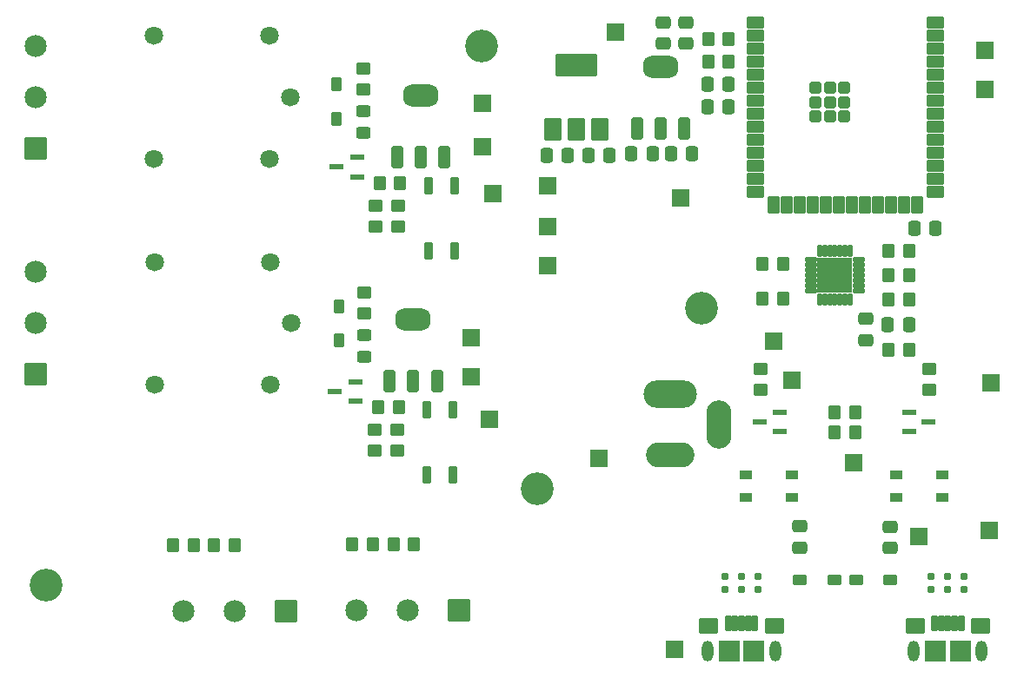
<source format=gbr>
%TF.GenerationSoftware,KiCad,Pcbnew,7.0.9*%
%TF.CreationDate,2024-03-19T15:39:07-05:00*%
%TF.ProjectId,Humidifier Subsystem,48756d69-6469-4666-9965-722053756273,rev?*%
%TF.SameCoordinates,Original*%
%TF.FileFunction,Soldermask,Top*%
%TF.FilePolarity,Negative*%
%FSLAX46Y46*%
G04 Gerber Fmt 4.6, Leading zero omitted, Abs format (unit mm)*
G04 Created by KiCad (PCBNEW 7.0.9) date 2024-03-19 15:39:07*
%MOMM*%
%LPD*%
G01*
G04 APERTURE LIST*
G04 Aperture macros list*
%AMRoundRect*
0 Rectangle with rounded corners*
0 $1 Rounding radius*
0 $2 $3 $4 $5 $6 $7 $8 $9 X,Y pos of 4 corners*
0 Add a 4 corners polygon primitive as box body*
4,1,4,$2,$3,$4,$5,$6,$7,$8,$9,$2,$3,0*
0 Add four circle primitives for the rounded corners*
1,1,$1+$1,$2,$3*
1,1,$1+$1,$4,$5*
1,1,$1+$1,$6,$7*
1,1,$1+$1,$8,$9*
0 Add four rect primitives between the rounded corners*
20,1,$1+$1,$2,$3,$4,$5,0*
20,1,$1+$1,$4,$5,$6,$7,0*
20,1,$1+$1,$6,$7,$8,$9,0*
20,1,$1+$1,$8,$9,$2,$3,0*%
G04 Aperture macros list end*
%ADD10RoundRect,0.102000X0.975000X0.975000X-0.975000X0.975000X-0.975000X-0.975000X0.975000X-0.975000X0*%
%ADD11C,2.154000*%
%ADD12RoundRect,0.250000X0.350000X0.450000X-0.350000X0.450000X-0.350000X-0.450000X0.350000X-0.450000X0*%
%ADD13R,1.700000X1.700000*%
%ADD14RoundRect,0.102000X0.300000X-0.750000X0.300000X0.750000X-0.300000X0.750000X-0.300000X-0.750000X0*%
%ADD15R,1.422400X0.558800*%
%ADD16RoundRect,0.250000X-0.475000X0.337500X-0.475000X-0.337500X0.475000X-0.337500X0.475000X0.337500X0*%
%ADD17RoundRect,0.153100X-0.313900X0.553900X-0.313900X-0.553900X0.313900X-0.553900X0.313900X0.553900X0*%
%ADD18RoundRect,0.102000X0.750000X1.000000X-0.750000X1.000000X-0.750000X-1.000000X0.750000X-1.000000X0*%
%ADD19RoundRect,0.102000X1.900000X1.000000X-1.900000X1.000000X-1.900000X-1.000000X1.900000X-1.000000X0*%
%ADD20RoundRect,0.102000X0.500000X0.350000X-0.500000X0.350000X-0.500000X-0.350000X0.500000X-0.350000X0*%
%ADD21RoundRect,0.250000X-0.337500X-0.475000X0.337500X-0.475000X0.337500X0.475000X-0.337500X0.475000X0*%
%ADD22RoundRect,0.250000X-0.450000X0.350000X-0.450000X-0.350000X0.450000X-0.350000X0.450000X0.350000X0*%
%ADD23RoundRect,0.250000X0.337500X0.475000X-0.337500X0.475000X-0.337500X-0.475000X0.337500X-0.475000X0*%
%ADD24RoundRect,0.102000X-0.200000X0.240000X-0.200000X-0.240000X0.200000X-0.240000X0.200000X0.240000X0*%
%ADD25RoundRect,0.213600X0.353400X-0.878400X0.353400X0.878400X-0.353400X0.878400X-0.353400X-0.878400X0*%
%ADD26RoundRect,0.894000X0.823000X-0.198000X0.823000X0.198000X-0.823000X0.198000X-0.823000X-0.198000X0*%
%ADD27C,1.808000*%
%ADD28RoundRect,0.102000X-0.750000X-0.450000X0.750000X-0.450000X0.750000X0.450000X-0.750000X0.450000X0*%
%ADD29RoundRect,0.102000X-0.450000X-0.750000X0.450000X-0.750000X0.450000X0.750000X-0.450000X0.750000X0*%
%ADD30RoundRect,0.102000X-0.450000X-0.450000X0.450000X-0.450000X0.450000X0.450000X-0.450000X0.450000X0*%
%ADD31RoundRect,0.250000X-0.350000X-0.450000X0.350000X-0.450000X0.350000X0.450000X-0.350000X0.450000X0*%
%ADD32RoundRect,0.250000X0.475000X-0.337500X0.475000X0.337500X-0.475000X0.337500X-0.475000X-0.337500X0*%
%ADD33RoundRect,0.250000X0.450000X-0.325000X0.450000X0.325000X-0.450000X0.325000X-0.450000X-0.325000X0*%
%ADD34O,5.204000X2.704000*%
%ADD35O,4.704000X2.454000*%
%ADD36O,2.454000X4.704000*%
%ADD37RoundRect,0.250000X0.450000X-0.350000X0.450000X0.350000X-0.450000X0.350000X-0.450000X-0.350000X0*%
%ADD38RoundRect,0.102000X-0.200000X-0.675000X0.200000X-0.675000X0.200000X0.675000X-0.200000X0.675000X0*%
%ADD39RoundRect,0.102000X-0.800000X-0.700000X0.800000X-0.700000X0.800000X0.700000X-0.800000X0.700000X0*%
%ADD40RoundRect,0.102000X-0.950000X-0.950000X0.950000X-0.950000X0.950000X0.950000X-0.950000X0.950000X0*%
%ADD41O,1.104000X2.004000*%
%ADD42C,3.200000*%
%ADD43RoundRect,0.102000X0.135000X-0.495000X0.135000X0.495000X-0.135000X0.495000X-0.135000X-0.495000X0*%
%ADD44RoundRect,0.102000X0.495000X-0.135000X0.495000X0.135000X-0.495000X0.135000X-0.495000X-0.135000X0*%
%ADD45RoundRect,0.102000X1.625000X-1.625000X1.625000X1.625000X-1.625000X1.625000X-1.625000X-1.625000X0*%
%ADD46R,1.320800X0.558800*%
%ADD47RoundRect,0.102000X0.605000X0.365000X-0.605000X0.365000X-0.605000X-0.365000X0.605000X-0.365000X0*%
%ADD48RoundRect,0.102000X0.975000X-0.975000X0.975000X0.975000X-0.975000X0.975000X-0.975000X-0.975000X0*%
%ADD49RoundRect,0.102000X-0.605000X-0.365000X0.605000X-0.365000X0.605000X0.365000X-0.605000X0.365000X0*%
G04 APERTURE END LIST*
D10*
%TO.C,J4*%
X89400000Y-119400000D03*
D11*
X84400000Y-119400000D03*
X79400000Y-119400000D03*
%TD*%
D12*
%TO.C,R7*%
X120950000Y-89000000D03*
X118950000Y-89000000D03*
%TD*%
D13*
%TO.C,J19*%
X140600000Y-68600000D03*
%TD*%
D14*
%TO.C,U9*%
X86380002Y-84405000D03*
X88920002Y-84405000D03*
X88920002Y-77995000D03*
X86380002Y-77995000D03*
%TD*%
D15*
%TO.C,U5*%
X120600000Y-102000000D03*
X120600000Y-100095000D03*
X118669600Y-101047500D03*
%TD*%
D16*
%TO.C,C8*%
X129000000Y-91000000D03*
X129000000Y-93075000D03*
%TD*%
D12*
%TO.C,R6*%
X133200000Y-89150000D03*
X131200000Y-89150000D03*
%TD*%
D13*
%TO.C,J25*%
X127800000Y-105000000D03*
%TD*%
D15*
%TO.C,U6*%
X133200000Y-100095000D03*
X133200000Y-102000000D03*
X135130400Y-101047500D03*
%TD*%
D10*
%TO.C,J5*%
X72547500Y-119500000D03*
D11*
X67547500Y-119500000D03*
X62547500Y-119500000D03*
%TD*%
D17*
%TO.C,D11*%
X77450002Y-71480000D03*
X77450002Y-68120000D03*
%TD*%
D18*
%TO.C,U3*%
X98500000Y-72550000D03*
X100800000Y-72550000D03*
X103100000Y-72550000D03*
D19*
X100800000Y-66250000D03*
%TD*%
D12*
%TO.C,R13*%
X115665000Y-63710000D03*
X113665000Y-63710000D03*
%TD*%
D20*
%TO.C,S1*%
X136500000Y-108400000D03*
X132000000Y-108400000D03*
X136500000Y-106250000D03*
X132000000Y-106250000D03*
%TD*%
D21*
%TO.C,C1*%
X110002500Y-74910000D03*
X112077500Y-74910000D03*
%TD*%
D22*
%TO.C,R1*%
X81132654Y-101835001D03*
X81132654Y-103835001D03*
%TD*%
D23*
%TO.C,C10*%
X115665000Y-68110000D03*
X113590000Y-68110000D03*
%TD*%
%TO.C,C2*%
X108240000Y-74910000D03*
X106165000Y-74910000D03*
%TD*%
D24*
%TO.C,D1*%
X138600000Y-116100000D03*
X138600000Y-117420000D03*
%TD*%
D25*
%TO.C,U11*%
X82632654Y-97050001D03*
X84932654Y-97050001D03*
X87232654Y-97050001D03*
D26*
X84932654Y-91020001D03*
%TD*%
D12*
%TO.C,R18*%
X63547500Y-113100000D03*
X61547500Y-113100000D03*
%TD*%
%TO.C,R3*%
X133200000Y-86750000D03*
X131200000Y-86750000D03*
%TD*%
D20*
%TO.C,S2*%
X121800000Y-108400000D03*
X117300000Y-108400000D03*
X121800000Y-106250000D03*
X117300000Y-106250000D03*
%TD*%
D13*
%TO.C,J20*%
X110400000Y-123200000D03*
%TD*%
D27*
%TO.C,K1*%
X73032651Y-91435000D03*
X71032649Y-85435001D03*
X59732654Y-85435001D03*
X59732654Y-97434999D03*
X71032649Y-97434999D03*
%TD*%
D28*
%TO.C,U1*%
X118250000Y-62140000D03*
X118250000Y-63410000D03*
X118250000Y-64680000D03*
X118250000Y-65950000D03*
X118250000Y-67220000D03*
X118250000Y-68490000D03*
X118250000Y-69760000D03*
X118250000Y-71030000D03*
X118250000Y-72300000D03*
X118250000Y-73570000D03*
X118250000Y-74840000D03*
X118250000Y-76110000D03*
X118250000Y-77380000D03*
X118250000Y-78650000D03*
D29*
X120015000Y-79900000D03*
X121285000Y-79900000D03*
X122555000Y-79900000D03*
X123825000Y-79900000D03*
X125095000Y-79900000D03*
X126365000Y-79900000D03*
X127635000Y-79900000D03*
X128905000Y-79900000D03*
X130175000Y-79900000D03*
X131445000Y-79900000D03*
X132715000Y-79900000D03*
X133985000Y-79900000D03*
D28*
X135750000Y-78650000D03*
X135750000Y-77380000D03*
X135750000Y-76110000D03*
X135750000Y-74840000D03*
X135750000Y-73570000D03*
X135750000Y-72300000D03*
X135750000Y-71030000D03*
X135750000Y-69760000D03*
X135750000Y-68490000D03*
X135750000Y-67220000D03*
X135750000Y-65950000D03*
X135750000Y-64680000D03*
X135750000Y-63410000D03*
X135750000Y-62140000D03*
D30*
X125500000Y-69860000D03*
X124100000Y-69860000D03*
X126900000Y-69860000D03*
X124100000Y-71260000D03*
X125500000Y-71260000D03*
X126900000Y-71260000D03*
X124100000Y-68460000D03*
X125500000Y-68460000D03*
X126900000Y-68460000D03*
%TD*%
D31*
%TO.C,R10*%
X126000000Y-100100000D03*
X128000000Y-100100000D03*
%TD*%
D32*
%TO.C,C4*%
X109265000Y-64147500D03*
X109265000Y-62072500D03*
%TD*%
D33*
%TO.C,D10*%
X80132654Y-94660001D03*
X80132654Y-92610001D03*
%TD*%
D34*
%TO.C,J1*%
X110000000Y-98300000D03*
D35*
X110000000Y-104300000D03*
D36*
X114700000Y-101300000D03*
%TD*%
D37*
%TO.C,R11*%
X118800000Y-97895000D03*
X118800000Y-95895000D03*
%TD*%
D24*
%TO.C,D3*%
X118500000Y-116100000D03*
X118500000Y-117420000D03*
%TD*%
D13*
%TO.C,J16*%
X141200000Y-97200000D03*
%TD*%
D38*
%TO.C,J2*%
X135700000Y-120725000D03*
X136350000Y-120725000D03*
X137000000Y-120725000D03*
X137650000Y-120725000D03*
X138300000Y-120725000D03*
D39*
X133800000Y-120950000D03*
X140200000Y-120950000D03*
D40*
X138200000Y-123400000D03*
X135800000Y-123400000D03*
D41*
X133700000Y-123400000D03*
X140300000Y-123400000D03*
%TD*%
D25*
%TO.C,U2*%
X106700000Y-72415000D03*
X109000000Y-72415000D03*
X111300000Y-72415000D03*
D26*
X109000000Y-66385000D03*
%TD*%
D24*
%TO.C,D4*%
X116900000Y-116080000D03*
X116900000Y-117400000D03*
%TD*%
D23*
%TO.C,C12*%
X115665000Y-70310000D03*
X113590000Y-70310000D03*
%TD*%
D12*
%TO.C,R9*%
X128000000Y-102100000D03*
X126000000Y-102100000D03*
%TD*%
D32*
%TO.C,C5*%
X111465000Y-64147500D03*
X111465000Y-62072500D03*
%TD*%
D37*
%TO.C,R19*%
X80132654Y-90435001D03*
X80132654Y-88435001D03*
%TD*%
D17*
%TO.C,D9*%
X77732654Y-93115001D03*
X77732654Y-89755001D03*
%TD*%
D12*
%TO.C,R5*%
X133200000Y-94000000D03*
X131200000Y-94000000D03*
%TD*%
D13*
%TO.C,J14*%
X98000000Y-82000000D03*
%TD*%
D12*
%TO.C,R17*%
X81000000Y-113000000D03*
X79000000Y-113000000D03*
%TD*%
D31*
%TO.C,R16*%
X65547500Y-113100000D03*
X67547500Y-113100000D03*
%TD*%
D13*
%TO.C,J8*%
X103000000Y-104600000D03*
%TD*%
D21*
%TO.C,C3*%
X101962500Y-75050000D03*
X104037500Y-75050000D03*
%TD*%
D23*
%TO.C,C13*%
X100000000Y-75050000D03*
X97925000Y-75050000D03*
%TD*%
D13*
%TO.C,J22*%
X134200000Y-112200000D03*
%TD*%
D42*
%TO.C,H4*%
X97000000Y-107600000D03*
%TD*%
D13*
%TO.C,J29*%
X91650002Y-74200000D03*
%TD*%
D14*
%TO.C,U8*%
X86262654Y-106240001D03*
X88802654Y-106240001D03*
X88802654Y-99830001D03*
X86262654Y-99830001D03*
%TD*%
D43*
%TO.C,U4*%
X124500000Y-89110000D03*
X125000000Y-89110000D03*
X125500000Y-89110000D03*
X126000000Y-89110000D03*
X126500000Y-89110000D03*
X127000000Y-89110000D03*
X127500000Y-89110000D03*
D44*
X128360000Y-88250000D03*
X128360000Y-87750000D03*
X128360000Y-87250000D03*
X128360000Y-86750000D03*
X128360000Y-86250000D03*
X128360000Y-85750000D03*
X128360000Y-85250000D03*
D43*
X127500000Y-84390000D03*
X127000000Y-84390000D03*
X126500000Y-84390000D03*
X126000000Y-84390000D03*
X125500000Y-84390000D03*
X125000000Y-84390000D03*
X124500000Y-84390000D03*
D44*
X123640000Y-85250000D03*
X123640000Y-85750000D03*
X123640000Y-86250000D03*
X123640000Y-86750000D03*
X123640000Y-87250000D03*
X123640000Y-87750000D03*
X123640000Y-88250000D03*
D45*
X126000000Y-86750000D03*
%TD*%
D38*
%TO.C,J3*%
X115600000Y-120725000D03*
X116250000Y-120725000D03*
X116900000Y-120725000D03*
X117550000Y-120725000D03*
X118200000Y-120725000D03*
D39*
X113700000Y-120950000D03*
X120100000Y-120950000D03*
D40*
X118100000Y-123400000D03*
X115700000Y-123400000D03*
D41*
X113600000Y-123400000D03*
X120200000Y-123400000D03*
%TD*%
D46*
%TO.C,U10*%
X79482002Y-77152500D03*
X79482002Y-75247500D03*
X77450002Y-76200000D03*
%TD*%
D13*
%TO.C,J17*%
X121800000Y-97000000D03*
%TD*%
D24*
%TO.C,D7*%
X135400000Y-116100000D03*
X135400000Y-117420000D03*
%TD*%
D13*
%TO.C,J11*%
X98000000Y-78050000D03*
%TD*%
D46*
%TO.C,U7*%
X79332654Y-99035001D03*
X79332654Y-97130001D03*
X77300654Y-98082501D03*
%TD*%
D33*
%TO.C,D12*%
X80050002Y-72825000D03*
X80050002Y-70775000D03*
%TD*%
D13*
%TO.C,J28*%
X90532654Y-96635001D03*
%TD*%
D24*
%TO.C,D2*%
X137000000Y-116100000D03*
X137000000Y-117420000D03*
%TD*%
D12*
%TO.C,R22*%
X83650002Y-77800000D03*
X81650002Y-77800000D03*
%TD*%
D37*
%TO.C,R12*%
X135165200Y-97876000D03*
X135165200Y-95876000D03*
%TD*%
D13*
%TO.C,J24*%
X120000000Y-93200000D03*
%TD*%
D47*
%TO.C,D6*%
X128040000Y-116500000D03*
X131400000Y-116500000D03*
%TD*%
D25*
%TO.C,U12*%
X83350002Y-75215000D03*
X85650002Y-75215000D03*
X87950002Y-75215000D03*
D26*
X85650002Y-69185000D03*
%TD*%
D31*
%TO.C,R15*%
X83000000Y-113000000D03*
X85000000Y-113000000D03*
%TD*%
D13*
%TO.C,J27*%
X92332654Y-100835001D03*
%TD*%
D37*
%TO.C,R24*%
X80050002Y-68600000D03*
X80050002Y-66600000D03*
%TD*%
D21*
%TO.C,C9*%
X131162500Y-91550000D03*
X133237500Y-91550000D03*
%TD*%
D12*
%TO.C,R8*%
X120950000Y-85600000D03*
X118950000Y-85600000D03*
%TD*%
D22*
%TO.C,R23*%
X81250002Y-80000000D03*
X81250002Y-82000000D03*
%TD*%
D48*
%TO.C,J6*%
X48132654Y-96435001D03*
D11*
X48132654Y-91435001D03*
X48132654Y-86435001D03*
%TD*%
D24*
%TO.C,D8*%
X115300000Y-116080000D03*
X115300000Y-117400000D03*
%TD*%
D13*
%TO.C,J13*%
X104600000Y-63000000D03*
%TD*%
D48*
%TO.C,J7*%
X48150002Y-74347500D03*
D11*
X48150002Y-69347500D03*
X48150002Y-64347500D03*
%TD*%
D13*
%TO.C,J9*%
X90532654Y-92835001D03*
%TD*%
D32*
%TO.C,C7*%
X122600000Y-113300000D03*
X122600000Y-111225000D03*
%TD*%
D49*
%TO.C,D5*%
X125960000Y-116500000D03*
X122600000Y-116500000D03*
%TD*%
D27*
%TO.C,K2*%
X72950000Y-69400000D03*
X70949998Y-63400001D03*
X59650003Y-63400001D03*
X59650003Y-75399999D03*
X70949998Y-75399999D03*
%TD*%
D12*
%TO.C,R2*%
X83532654Y-99635001D03*
X81532654Y-99635001D03*
%TD*%
D23*
%TO.C,C11*%
X135815000Y-82160000D03*
X133740000Y-82160000D03*
%TD*%
D37*
%TO.C,R21*%
X83450002Y-82000000D03*
X83450002Y-80000000D03*
%TD*%
D13*
%TO.C,J18*%
X140600000Y-64800000D03*
%TD*%
D42*
%TO.C,H2*%
X49200000Y-117000000D03*
%TD*%
%TO.C,H1*%
X91600000Y-64400000D03*
%TD*%
D13*
%TO.C,J26*%
X92650002Y-78800000D03*
%TD*%
%TO.C,J15*%
X98000000Y-85800000D03*
%TD*%
%TO.C,J10*%
X91650002Y-70000000D03*
%TD*%
D37*
%TO.C,R20*%
X83332654Y-103835001D03*
X83332654Y-101835001D03*
%TD*%
D13*
%TO.C,J23*%
X141000000Y-111600000D03*
%TD*%
%TO.C,J12*%
X111000000Y-79200000D03*
%TD*%
D42*
%TO.C,H3*%
X113000000Y-90000000D03*
%TD*%
D12*
%TO.C,R4*%
X133200000Y-84350000D03*
X131200000Y-84350000D03*
%TD*%
D31*
%TO.C,R14*%
X113665000Y-65910000D03*
X115665000Y-65910000D03*
%TD*%
D32*
%TO.C,C6*%
X131400000Y-113337500D03*
X131400000Y-111262500D03*
%TD*%
M02*

</source>
